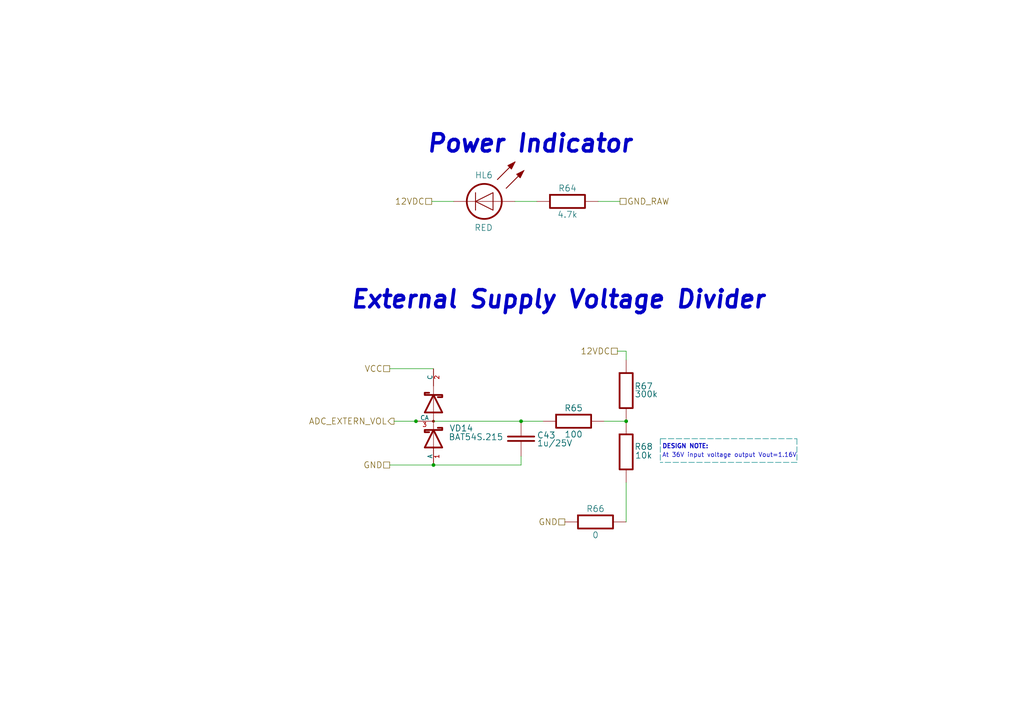
<source format=kicad_sch>
(kicad_sch (version 20211123) (generator eeschema)
  (paper "A4")
  (title_block (title "RadioSens v1") (comment 2 "Electrical Circuit"))
  (lib_symbols
    (symbol "Capacitors:C_CAP" (pin_names (offset 0))
      (property "Reference" "C" (at 0 6.35 0))
      (property "Value" "C_CAP" (at 0 -6.35 0))
      (symbol "C_CAP_0_1"
        (polyline (pts (xy -5.08 0) (xy -0.635 0)))
        (polyline (pts (xy -0.635 3.81) (xy -0.635 -3.81)) (stroke (width 0.508)))
        (polyline (pts (xy 0.635 0) (xy 5.08 0)))
        (polyline (pts (xy 0.635 3.81) (xy 0.635 -3.81)) (stroke (width 0.508)))
      )
      (symbol "C_CAP_1_1"
        (pin passive line (at -5.08 0 0) (length 2.54) hide (name "~") (number "1"))
        (pin passive line (at 5.08 0 180) (length 2.54) hide (name "~") (number "2"))
      )
    )
    (symbol "Diodes:HL_LED" (pin_names (offset 0))
      (property "Reference" "HL" (at 0 7.62 0))
      (property "Value" "HL_LED" (at 0 -7.62 0))
      (symbol "HL_LED_0_1"
        (polyline (pts (xy -6.35 3.81) (xy -11.43 8.89)) (stroke (width 0.254)))
        (polyline (pts (xy -3.81 6.35) (xy -8.89 11.43)) (stroke (width 0.254)))
        (polyline (pts (xy 8.89 0) (xy -8.89 0)))
        (polyline (pts (xy -11.43 8.89) (xy -9.398 7.874) (xy -10.414 6.858) (xy -11.43 8.89)) (stroke (width 0.254)) (fill (type outline)))
        (polyline (pts (xy -8.89 11.43) (xy -6.858 10.414) (xy -7.874 9.398) (xy -8.89 11.43)) (stroke (width 0.254)) (fill (type outline)))
        (polyline (pts (xy 2.54 2.54) (xy 2.54 0) (xy -2.54 2.54) (xy -2.54 -2.54) (xy 2.54 0) (xy 2.54 -2.54)) (stroke (width 0.254)))
        (circle (center 0 0) (radius 5.08) (stroke (width 0.508)))
      )
      (symbol "HL_LED_1_1"
        (pin passive line (at -8.89 0 0) (length 2.54) hide (name "A") (number "1"))
        (pin passive line (at 8.89 0 180) (length 2.54) hide (name "C") (number "2"))
      )
    )
    (symbol "Diodes:VD_SCHOTTKY_PROTECT" (pin_names (offset 0))
      (property "Reference" "VD" (at 5.334 1.27 0))
      (property "Value" "VD_SCHOTTKY_PROTECT" (at 19.304 -1.27 0))
      (symbol "VD_SCHOTTKY_PROTECT_0_1"
        (polyline (pts (xy 0 10.16) (xy 0 -7.874)) (stroke (width 0.1524)))
        (polyline (pts (xy -1.27 8.255) (xy -2.54 8.255) (xy -2.54 7.62) (xy 0 7.62) (xy -2.54 2.54) (xy 2.54 2.54) (xy 0 7.62) (xy 2.54 7.62) (xy 2.54 6.985) (xy 1.27 6.985)) (stroke (width 0.508)))
        (polyline (pts (xy 1.27 -1.905) (xy 2.54 -1.905) (xy 2.54 -2.54) (xy 0 -2.54) (xy 2.54 -7.62) (xy -2.54 -7.62) (xy 0 -2.54) (xy -2.54 -2.54) (xy -2.54 -3.175) (xy -1.27 -3.175)) (stroke (width 0.508)))
        (circle (center 0 0) (radius 0.3556) (stroke (width 0.1016)) (fill (type outline)))
      )
      (symbol "VD_SCHOTTKY_PROTECT_1_1"
        (pin passive line (at 0 -12.7 90) (length 5.0038) (name "A") (number "1"))
        (pin passive line (at 0 15.24 270) (length 5.0038) (name "C") (number "2"))
        (pin passive line (at -5.08 0 0) (length 5.0038) (name "CA") (number "3"))
      )
    )
    (symbol "R_RES_1" (pin_names (offset 0))
      (property "Reference" "R" (at 0 3.81 0))
      (property "Value" "R_RES_1" (at 0 -3.81 0))
      (symbol "R_RES_1_0_1"
        (rectangle (start -5.08 1.905) (end 5.08 -1.905) (stroke (width 0.508)))
        (polyline (pts (xy -8.89 0) (xy -5.08 0)))
        (polyline (pts (xy 5.08 0) (xy 8.89 0)))
      )
      (symbol "R_RES_1_1_1"
        (pin passive line (at -8.89 0 0) (length 2.54) hide (name "~") (number "1"))
        (pin passive line (at 8.89 0 180) (length 2.54) hide (name "~") (number "2"))
      )
    )
    (symbol "R_RES_2" (pin_names (offset 0))
      (property "Reference" "R" (at 0 3.81 0))
      (property "Value" "R_RES_2" (at 0 -3.81 0))
      (symbol "R_RES_2_0_1"
        (rectangle (start -5.08 1.905) (end 5.08 -1.905) (stroke (width 0.508)))
        (polyline (pts (xy -8.89 0) (xy -5.08 0)))
        (polyline (pts (xy 5.08 0) (xy 8.89 0)))
      )
      (symbol "R_RES_2_1_1"
        (pin passive line (at -8.89 0 0) (length 2.54) hide (name "~") (number "1"))
        (pin passive line (at 8.89 0 180) (length 2.54) hide (name "~") (number "2"))
      )
    )
    (symbol "R_RES_3" (pin_names (offset 0))
      (property "Reference" "R" (at 0 3.81 0))
      (property "Value" "R_RES_3" (at 0 -3.81 0))
      (symbol "R_RES_3_0_1"
        (rectangle (start -5.08 1.905) (end 5.08 -1.905) (stroke (width 0.508)))
        (polyline (pts (xy -8.89 0) (xy -5.08 0)))
        (polyline (pts (xy 5.08 0) (xy 8.89 0)))
      )
      (symbol "R_RES_3_1_1"
        (pin passive line (at -8.89 0 0) (length 2.54) hide (name "~") (number "1"))
        (pin passive line (at 8.89 0 180) (length 2.54) hide (name "~") (number "2"))
      )
    )
    (symbol "R_RES_4" (pin_names (offset 0))
      (property "Reference" "R" (at 0 3.81 0))
      (property "Value" "R_RES_4" (at 0 -3.81 0))
      (symbol "R_RES_4_0_1"
        (rectangle (start -5.08 1.905) (end 5.08 -1.905) (stroke (width 0.508)))
        (polyline (pts (xy -8.89 0) (xy -5.08 0)))
        (polyline (pts (xy 5.08 0) (xy 8.89 0)))
      )
      (symbol "R_RES_4_1_1"
        (pin passive line (at -8.89 0 0) (length 2.54) hide (name "~") (number "1"))
        (pin passive line (at 8.89 0 180) (length 2.54) hide (name "~") (number "2"))
      )
    )
    (symbol "Resistors:R_RES" (pin_names (offset 0))
      (property "Reference" "R" (at 0 3.81 0))
      (property "Value" "R_RES" (at 0 -3.81 0))
      (symbol "R_RES_0_1"
        (rectangle (start -5.08 1.905) (end 5.08 -1.905) (stroke (width 0.508)))
        (polyline (pts (xy -8.89 0) (xy -5.08 0)))
        (polyline (pts (xy 5.08 0) (xy 8.89 0)))
      )
      (symbol "R_RES_1_1"
        (pin passive line (at -8.89 0 0) (length 2.54) hide (name "~") (number "1"))
        (pin passive line (at 8.89 0 180) (length 2.54) hide (name "~") (number "2"))
      )
    )
  )
  (junction (at 181.61 122.174))
  (junction (at 120.65 122.174))
  (junction (at 125.73 134.874))
  (junction (at 151.13 122.174))
  (wire (pts (xy 179.832 58.42) (xy 173.482 58.42)))
  (wire (pts (xy 125.73 134.874) (xy 151.13 134.874)))
  (polyline (pts (xy 231.14 134.112) (xy 191.516 134.112)) (stroke (width 0) (color 0 132 132 1)))
  (polyline (pts (xy 231.14 127.254) (xy 231.14 134.112)) (stroke (width 0) (color 0 132 132 1)))
  (wire (pts (xy 181.61 101.854) (xy 181.61 104.394)))
  (wire (pts (xy 151.13 132.334) (xy 151.13 134.874)))
  (wire (pts (xy 114.3 122.174) (xy 120.65 122.174)))
  (wire (pts (xy 181.61 139.954) (xy 181.61 151.384)))
  (wire (pts (xy 179.07 101.854) (xy 181.61 101.854)))
  (wire (pts (xy 120.65 122.174) (xy 151.13 122.174)))
  (wire (pts (xy 157.48 122.174) (xy 151.13 122.174)))
  (polyline (pts (xy 191.516 127.254) (xy 231.14 127.254)) (stroke (width 0) (color 0 132 132 1)))
  (wire (pts (xy 175.26 122.174) (xy 181.61 122.174)))
  (wire (pts (xy 113.03 134.874) (xy 125.73 134.874)))
  (wire (pts (xy 125.222 58.42) (xy 131.572 58.42)))
  (wire (pts (xy 113.03 106.934) (xy 125.73 106.934)))
  (polyline (pts (xy 191.516 127.254) (xy 191.516 134.112)) (stroke (width 0) (color 0 132 132 1)))
  (wire (pts (xy 155.702 58.42) (xy 149.352 58.42)))
  (text "Power Indicator" (at 123.444 44.704 0) (effects (font (size 5.0038 5.0038) (thickness 1.0008) bold italic) (justify left bottom)))
  (text "DESIGN NOTE:" (at 192.024 130.302 0) (effects (font (size 1.27 1.27) (thickness 0.254) bold) (justify left bottom)))
  (text "At 36V input voltage output Vout=1.16V" (at 192.024 132.842 0) (effects (font (size 1.27 1.27)) (justify left bottom)))
  (text "External Supply Voltage Divider" (at 101.346 89.916 0) (effects (font (size 5 5) (thickness 1.0008) bold italic) (justify left bottom)))
  (hierarchical_label "12VDC" (shape passive) (at 125.222 58.42 180) (effects (font (size 1.778 1.778))))
  (hierarchical_label "ADC_EXTERN_VOL" (shape output) (at 114.3 122.174 180) (effects (font (size 1.778 1.778))))
  (hierarchical_label "12VDC" (shape passive) (at 179.07 101.854 180) (effects (font (size 1.778 1.778))))
  (hierarchical_label "GND_RAW" (shape passive) (at 179.832 58.42 0) (effects (font (size 1.778 1.778))))
  (hierarchical_label "GND" (shape passive) (at 163.83 151.384 180) (effects (font (size 1.778 1.778))))
  (hierarchical_label "VCC" (shape passive) (at 113.03 106.934 180) (effects (font (size 1.778 1.778))))
  (hierarchical_label "GND" (shape passive) (at 113.03 134.874 180) (effects (font (size 1.778 1.778))))
  (symbol (lib_name "R_RES_3") (lib_id "Resistors:R_RES") (at 166.37 122.174 0) (unit 1)
    (property "Reference" "R65" (at 166.37 118.364 0) (effects (font (size 1.778 1.778))))
    (property "Value" "100" (at 166.37 125.984 0) (effects (font (size 1.778 1.778))))
    (property "Footprint" "Resistor_SMD:R_0603_1608Metric" (effects hide))
    (property "Case/Package" "0603" (effects hide))
    (property "Power" "mW" (effects hide))
    (property "Tolerance" "±5%" (effects hide))
  )
  (symbol (lib_name "R_RES_2") (lib_id "Resistors:R_RES") (at 172.72 151.384 0) (unit 1)
    (property "Reference" "R66" (at 172.72 147.574 0) (effects (font (size 1.778 1.778))))
    (property "Value" "0" (at 172.72 155.194 0) (effects (font (size 1.778 1.778))))
    (property "Footprint" "Resistor_SMD:R_0603_1608Metric" (effects hide))
    (property "Case/Package" "0603" (effects hide))
    (property "Power" "mW" (effects hide))
    (property "Tolerance" "±5%" (effects hide))
  )
  (symbol (lib_id "Resistors:R_RES") (at 164.592 58.42 0) (mirror y) (unit 1)
    (property "Reference" "R64" (at 164.592 54.61 0) (effects (font (size 1.778 1.778))))
    (property "Value" "4.7k" (at 164.592 62.23 0) (effects (font (size 1.778 1.778))))
    (property "Footprint" "Resistor_SMD:R_0603_1608Metric" (effects hide))
    (property "Case/Package" "0603" (effects hide))
    (property "Power" "mW" (effects hide))
    (property "Tolerance" "±5%" (effects hide))
  )
  (symbol (lib_id "Diodes:VD_SCHOTTKY_PROTECT") (at 125.73 122.174 0) (unit 1)
    (property "Reference" "VD14" (at 130.302 124.206 0) (effects (font (size 1.778 1.778)) (justify left)))
    (property "Value" "BAT54S.215" (at 130.048 126.746 0) (effects (font (size 1.778 1.778)) (justify left)))
    (property "Footprint" "Package_TO_SOT_SMD:SOT-23" (effects hide))
  )
  (symbol (lib_id "Diodes:HL_LED") (at 140.462 58.42 0) (mirror y) (unit 1)
    (property "Reference" "HL6" (at 143.002 50.8 0) (effects (font (size 1.778 1.778)) (justify left)))
    (property "Value" "RED" (at 143.002 66.04 0) (effects (font (size 1.778 1.778)) (justify left)))
    (property "Footprint" "LED_SMD:LED_0603_1608Metric" (effects hide))
  )
  (symbol (lib_name "R_RES_4") (lib_id "Resistors:R_RES") (at 181.61 113.284 270) (unit 1)
    (property "Reference" "R67" (at 186.69 112.014 90) (effects (font (size 1.778 1.778))))
    (property "Value" "300k" (at 187.452 114.3 90) (effects (font (size 1.778 1.778))))
    (property "Footprint" "Resistor_SMD:R_0603_1608Metric" (effects hide))
    (property "Case/Package" "0603" (effects hide))
    (property "Power" "mW" (effects hide))
    (property "Tolerance" "±5%" (effects hide))
  )
  (symbol (lib_id "Capacitors:C_CAP") (at 151.13 127.254 270) (unit 1)
    (property "Reference" "C43" (at 155.702 126.238 90) (effects (font (size 1.778 1.778)) (justify left)))
    (property "Value" "1u/25V" (at 155.702 128.524 90) (effects (font (size 1.778 1.778)) (justify left)))
    (property "Footprint" "Capacitor_SMD:C_0603_1608Metric" (effects hide))
    (property "Case/Package" "0603" (effects hide))
    (property "Type" "X7R" (effects hide))
    (property "Tolerance" "±10%" (effects hide))
  )
  (symbol (lib_name "R_RES_1") (lib_id "Resistors:R_RES") (at 181.61 131.064 270) (unit 1)
    (property "Reference" "R68" (at 186.69 129.54 90) (effects (font (size 1.778 1.778))))
    (property "Value" "10k" (at 186.69 132.08 90) (effects (font (size 1.778 1.778))))
    (property "Footprint" "Resistor_SMD:R_0603_1608Metric" (effects hide))
    (property "Case/Package" "0603" (effects hide))
    (property "Power" "mW" (effects hide))
    (property "Tolerance" "±5%" (effects hide))
  )
)
</source>
